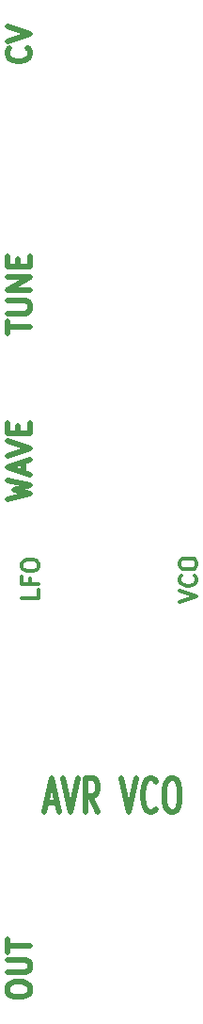
<source format=gtl>
G04 #@! TF.GenerationSoftware,KiCad,Pcbnew,5.1.7-a382d34a8~87~ubuntu18.04.1*
G04 #@! TF.CreationDate,2021-01-14T14:29:35+00:00*
G04 #@! TF.ProjectId,4hp-vco-panel,3468702d-7663-46f2-9d70-616e656c2e6b,rev?*
G04 #@! TF.SameCoordinates,Original*
G04 #@! TF.FileFunction,Copper,L1,Top*
G04 #@! TF.FilePolarity,Positive*
%FSLAX46Y46*%
G04 Gerber Fmt 4.6, Leading zero omitted, Abs format (unit mm)*
G04 Created by KiCad (PCBNEW 5.1.7-a382d34a8~87~ubuntu18.04.1) date 2021-01-14 14:29:35*
%MOMM*%
%LPD*%
G01*
G04 APERTURE LIST*
G04 #@! TA.AperFunction,NonConductor*
%ADD10C,0.500000*%
G04 #@! TD*
G04 #@! TA.AperFunction,NonConductor*
%ADD11C,0.300000*%
G04 #@! TD*
G04 APERTURE END LIST*
D10*
X91028000Y-120642000D02*
X91980380Y-120642000D01*
X90837523Y-121499142D02*
X91504190Y-118499142D01*
X92170857Y-121499142D01*
X92551809Y-118499142D02*
X93218476Y-121499142D01*
X93885142Y-118499142D01*
X95694666Y-121499142D02*
X95028000Y-120070571D01*
X94551809Y-121499142D02*
X94551809Y-118499142D01*
X95313714Y-118499142D01*
X95504190Y-118642000D01*
X95599428Y-118784857D01*
X95694666Y-119070571D01*
X95694666Y-119499142D01*
X95599428Y-119784857D01*
X95504190Y-119927714D01*
X95313714Y-120070571D01*
X94551809Y-120070571D01*
X97789904Y-118499142D02*
X98456571Y-121499142D01*
X99123238Y-118499142D01*
X100932761Y-121213428D02*
X100837523Y-121356285D01*
X100551809Y-121499142D01*
X100361333Y-121499142D01*
X100075619Y-121356285D01*
X99885142Y-121070571D01*
X99789904Y-120784857D01*
X99694666Y-120213428D01*
X99694666Y-119784857D01*
X99789904Y-119213428D01*
X99885142Y-118927714D01*
X100075619Y-118642000D01*
X100361333Y-118499142D01*
X100551809Y-118499142D01*
X100837523Y-118642000D01*
X100932761Y-118784857D01*
X102170857Y-118499142D02*
X102551809Y-118499142D01*
X102742285Y-118642000D01*
X102932761Y-118927714D01*
X103028000Y-119499142D01*
X103028000Y-120499142D01*
X102932761Y-121070571D01*
X102742285Y-121356285D01*
X102551809Y-121499142D01*
X102170857Y-121499142D01*
X101980380Y-121356285D01*
X101789904Y-121070571D01*
X101694666Y-120499142D01*
X101694666Y-119499142D01*
X101789904Y-118927714D01*
X101980380Y-118642000D01*
X102170857Y-118499142D01*
X87550761Y-137636000D02*
X87550761Y-137255047D01*
X87646000Y-137064571D01*
X87836476Y-136874095D01*
X88217428Y-136778857D01*
X88884095Y-136778857D01*
X89265047Y-136874095D01*
X89455523Y-137064571D01*
X89550761Y-137255047D01*
X89550761Y-137636000D01*
X89455523Y-137826476D01*
X89265047Y-138016952D01*
X88884095Y-138112190D01*
X88217428Y-138112190D01*
X87836476Y-138016952D01*
X87646000Y-137826476D01*
X87550761Y-137636000D01*
X87550761Y-135921714D02*
X89169809Y-135921714D01*
X89360285Y-135826476D01*
X89455523Y-135731238D01*
X89550761Y-135540761D01*
X89550761Y-135159809D01*
X89455523Y-134969333D01*
X89360285Y-134874095D01*
X89169809Y-134778857D01*
X87550761Y-134778857D01*
X87550761Y-134112190D02*
X87550761Y-132969333D01*
X89550761Y-133540761D02*
X87550761Y-133540761D01*
D11*
X103064571Y-102619714D02*
X104564571Y-102119714D01*
X103064571Y-101619714D01*
X104421714Y-100262571D02*
X104493142Y-100334000D01*
X104564571Y-100548285D01*
X104564571Y-100691142D01*
X104493142Y-100905428D01*
X104350285Y-101048285D01*
X104207428Y-101119714D01*
X103921714Y-101191142D01*
X103707428Y-101191142D01*
X103421714Y-101119714D01*
X103278857Y-101048285D01*
X103136000Y-100905428D01*
X103064571Y-100691142D01*
X103064571Y-100548285D01*
X103136000Y-100334000D01*
X103207428Y-100262571D01*
X103064571Y-99334000D02*
X103064571Y-99048285D01*
X103136000Y-98905428D01*
X103278857Y-98762571D01*
X103564571Y-98691142D01*
X104064571Y-98691142D01*
X104350285Y-98762571D01*
X104493142Y-98905428D01*
X104564571Y-99048285D01*
X104564571Y-99334000D01*
X104493142Y-99476857D01*
X104350285Y-99619714D01*
X104064571Y-99691142D01*
X103564571Y-99691142D01*
X103278857Y-99619714D01*
X103136000Y-99476857D01*
X103064571Y-99334000D01*
X90340571Y-101548285D02*
X90340571Y-102262571D01*
X88840571Y-102262571D01*
X89554857Y-100548285D02*
X89554857Y-101048285D01*
X90340571Y-101048285D02*
X88840571Y-101048285D01*
X88840571Y-100334000D01*
X88840571Y-99476857D02*
X88840571Y-99191142D01*
X88912000Y-99048285D01*
X89054857Y-98905428D01*
X89340571Y-98834000D01*
X89840571Y-98834000D01*
X90126285Y-98905428D01*
X90269142Y-99048285D01*
X90340571Y-99191142D01*
X90340571Y-99476857D01*
X90269142Y-99619714D01*
X90126285Y-99762571D01*
X89840571Y-99834000D01*
X89340571Y-99834000D01*
X89054857Y-99762571D01*
X88912000Y-99619714D01*
X88840571Y-99476857D01*
D10*
X87550761Y-93392190D02*
X89550761Y-92916000D01*
X88122190Y-92535047D01*
X89550761Y-92154095D01*
X87550761Y-91677904D01*
X88979333Y-91011238D02*
X88979333Y-90058857D01*
X89550761Y-91201714D02*
X87550761Y-90535047D01*
X89550761Y-89868380D01*
X87550761Y-89487428D02*
X89550761Y-88820761D01*
X87550761Y-88154095D01*
X88503142Y-87487428D02*
X88503142Y-86820761D01*
X89550761Y-86535047D02*
X89550761Y-87487428D01*
X87550761Y-87487428D01*
X87550761Y-86535047D01*
X87550761Y-78501428D02*
X87550761Y-77358571D01*
X89550761Y-77930000D02*
X87550761Y-77930000D01*
X87550761Y-76691904D02*
X89169809Y-76691904D01*
X89360285Y-76596666D01*
X89455523Y-76501428D01*
X89550761Y-76310952D01*
X89550761Y-75930000D01*
X89455523Y-75739523D01*
X89360285Y-75644285D01*
X89169809Y-75549047D01*
X87550761Y-75549047D01*
X89550761Y-74596666D02*
X87550761Y-74596666D01*
X89550761Y-73453809D01*
X87550761Y-73453809D01*
X88503142Y-72501428D02*
X88503142Y-71834761D01*
X89550761Y-71549047D02*
X89550761Y-72501428D01*
X87550761Y-72501428D01*
X87550761Y-71549047D01*
X89360285Y-52816095D02*
X89455523Y-52911333D01*
X89550761Y-53197047D01*
X89550761Y-53387523D01*
X89455523Y-53673238D01*
X89265047Y-53863714D01*
X89074571Y-53958952D01*
X88693619Y-54054190D01*
X88407904Y-54054190D01*
X88026952Y-53958952D01*
X87836476Y-53863714D01*
X87646000Y-53673238D01*
X87550761Y-53387523D01*
X87550761Y-53197047D01*
X87646000Y-52911333D01*
X87741238Y-52816095D01*
X87550761Y-52244666D02*
X89550761Y-51578000D01*
X87550761Y-50911333D01*
M02*

</source>
